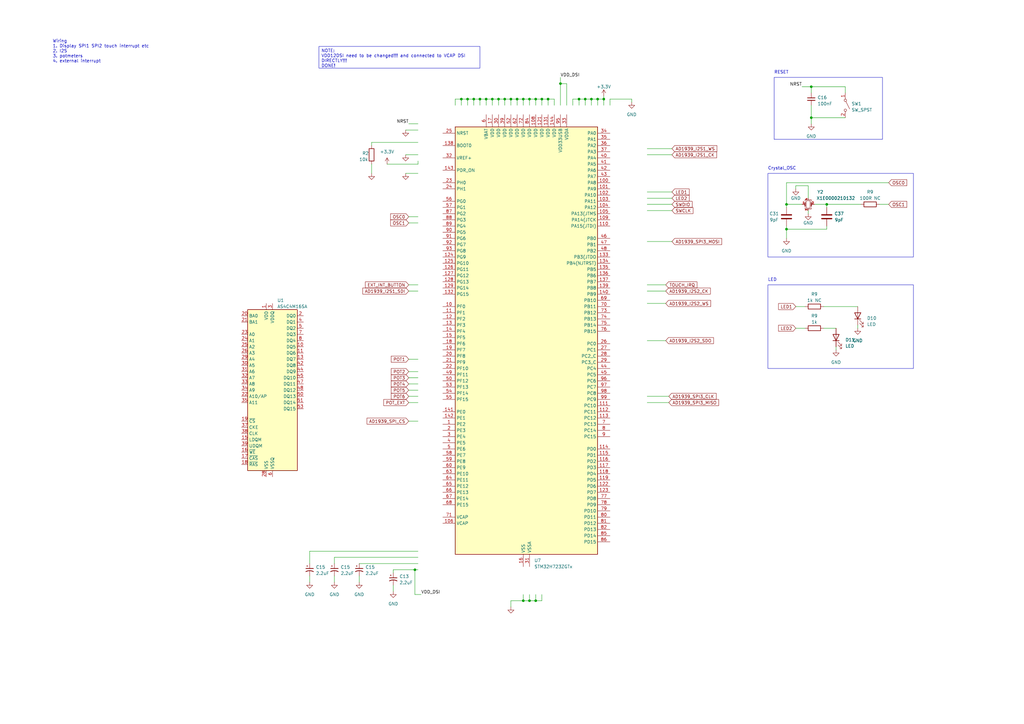
<source format=kicad_sch>
(kicad_sch (version 20230121) (generator eeschema)
  (paper "A3")
  (lib_symbols
    (symbol "Device:C" (pin_numbers hide) (pin_names (offset 0.254))
      (property "Reference" "C" (at 0.635 2.54 0))
      (property "Value" "C" (at 0.635 -2.54 0))
      (symbol "C_0_1"
        (polyline (pts (xy -2.032 -0.762) (xy 2.032 -0.762)) (stroke (width 0.508)))
        (polyline (pts (xy -2.032 0.762) (xy 2.032 0.762)) (stroke (width 0.508)))
      )
      (symbol "C_1_1"
        (pin passive line (at 0 3.81 270) (length 2.794) (name "~") (number "1"))
        (pin passive line (at 0 -3.81 90) (length 2.794) (name "~") (number "2"))
      )
    )
    (symbol "Device:C_Polarized_Small_US" (pin_numbers hide) (pin_names (offset 0.254) hide)
      (property "Reference" "C" (at 0.254 1.778 0))
      (property "Value" "C_Polarized_Small_US" (at 0.254 -2.032 0))
      (symbol "C_Polarized_Small_US_0_1"
        (polyline (pts (xy -1.524 0.508) (xy 1.524 0.508)) (stroke (width 0.3048)))
        (polyline (pts (xy -1.27 1.524) (xy -0.762 1.524)))
        (polyline (pts (xy -1.016 1.27) (xy -1.016 1.778)))
        (arc (start 1.524 -0.762) (mid 0 -0.3734) (end -1.524 -0.762) (stroke (width 0.3048)))
      )
      (symbol "C_Polarized_Small_US_1_1"
        (pin passive line (at 0 2.54 270) (length 2.032) (name "~") (number "1"))
        (pin passive line (at 0 -2.54 90) (length 2.032) (name "~") (number "2"))
      )
    )
    (symbol "Device:C_Small" (pin_numbers hide) (pin_names (offset 0.254) hide)
      (property "Reference" "C" (at 0.254 1.778 0))
      (property "Value" "C_Small" (at 0.254 -2.032 0))
      (symbol "C_Small_0_1"
        (polyline (pts (xy -1.524 -0.508) (xy 1.524 -0.508)) (stroke (width 0.3302)))
        (polyline (pts (xy -1.524 0.508) (xy 1.524 0.508)) (stroke (width 0.3048)))
      )
      (symbol "C_Small_1_1"
        (pin passive line (at 0 2.54 270) (length 2.032) (name "~") (number "1"))
        (pin passive line (at 0 -2.54 90) (length 2.032) (name "~") (number "2"))
      )
    )
    (symbol "Device:Crystal_GND24_Small" (pin_names (offset 1.016) hide)
      (property "Reference" "Y" (at 1.27 4.445 0))
      (property "Value" "Crystal_GND24_Small" (at 1.27 2.54 0))
      (symbol "Crystal_GND24_Small_0_1"
        (rectangle (start -0.762 -1.524) (end 0.762 1.524))
        (polyline (pts (xy -1.27 -0.762) (xy -1.27 0.762)) (stroke (width 0.381)))
        (polyline (pts (xy 1.27 -0.762) (xy 1.27 0.762)) (stroke (width 0.381)))
        (polyline (pts (xy -1.27 -1.27) (xy -1.27 -1.905) (xy 1.27 -1.905) (xy 1.27 -1.27)))
        (polyline (pts (xy -1.27 1.27) (xy -1.27 1.905) (xy 1.27 1.905) (xy 1.27 1.27)))
      )
      (symbol "Crystal_GND24_Small_1_1"
        (pin passive line (at -2.54 0 0) (length 1.27) (name "1") (number "1"))
        (pin passive line (at 0 -2.54 90) (length 0.635) (name "2") (number "2"))
        (pin passive line (at 2.54 0 180) (length 1.27) (name "3") (number "3"))
        (pin passive line (at 0 2.54 270) (length 0.635) (name "4") (number "4"))
      )
    )
    (symbol "Device:LED" (pin_numbers hide) (pin_names (offset 1.016) hide)
      (property "Reference" "D" (at 0 2.54 0))
      (property "Value" "LED" (at 0 -2.54 0))
      (symbol "LED_0_1"
        (polyline (pts (xy -1.27 -1.27) (xy -1.27 1.27)) (stroke (width 0.254)))
        (polyline (pts (xy -1.27 0) (xy 1.27 0)))
        (polyline (pts (xy 1.27 -1.27) (xy 1.27 1.27) (xy -1.27 0) (xy 1.27 -1.27)) (stroke (width 0.254)))
        (polyline (pts (xy -3.048 -0.762) (xy -4.572 -2.286) (xy -3.81 -2.286) (xy -4.572 -2.286) (xy -4.572 -1.524)))
        (polyline (pts (xy -1.778 -0.762) (xy -3.302 -2.286) (xy -2.54 -2.286) (xy -3.302 -2.286) (xy -3.302 -1.524)))
      )
      (symbol "LED_1_1"
        (pin passive line (at -3.81 0 0) (length 2.54) (name "K") (number "1"))
        (pin passive line (at 3.81 0 180) (length 2.54) (name "A") (number "2"))
      )
    )
    (symbol "Device:R" (pin_numbers hide) (pin_names (offset 0))
      (property "Reference" "R" (at 2.032 0 90))
      (property "Value" "R" (at 0 0 90))
      (symbol "R_0_1"
        (rectangle (start -1.016 -2.54) (end 1.016 2.54) (stroke (width 0.254)))
      )
      (symbol "R_1_1"
        (pin passive line (at 0 3.81 270) (length 1.27) (name "~") (number "1"))
        (pin passive line (at 0 -3.81 90) (length 1.27) (name "~") (number "2"))
      )
    )
    (symbol "MCU_ST_STM32H7:STM32H723ZGTx"
      (property "Reference" "U" (at -27.94 90.17 0))
      (property "Value" "STM32H723ZGTx" (at 20.32 90.17 0))
      (symbol "STM32H723ZGTx_0_1"
        (rectangle (start -27.94 -86.36) (end 30.48 88.9) (stroke (width 0.254)) (fill (type background)))
      )
      (symbol "STM32H723ZGTx_1_1"
        (pin bidirectional line (at -33.02 -33.02 0) (length 5.08) (name "PE2") (number "1"))
        (pin bidirectional line (at -33.02 15.24 0) (length 5.08) (name "PF0") (number "10"))
        (pin bidirectional line (at 35.56 66.04 180) (length 5.08) (name "PA8") (number "100"))
        (pin bidirectional line (at 35.56 63.5 180) (length 5.08) (name "PA9") (number "101"))
        (pin bidirectional line (at 35.56 60.96 180) (length 5.08) (name "PA10") (number "102"))
        (pin bidirectional line (at 35.56 58.42 180) (length 5.08) (name "PA11") (number "103"))
        (pin bidirectional line (at 35.56 55.88 180) (length 5.08) (name "PA12") (number "104"))
        (pin bidirectional line (at 35.56 53.34 180) (length 5.08) (name "PA13(JTMS") (number "105"))
        (pin power_out line (at -33.02 -73.66 0) (length 5.08) (name "VCAP") (number "106"))
        (pin passive line (at 0 -91.44 90) (length 5.08) hide (name "VSS") (number "107"))
        (pin power_in line (at 5.08 93.98 270) (length 5.08) (name "VDD") (number "108"))
        (pin bidirectional line (at 35.56 50.8 180) (length 5.08) (name "PA14(JTCK") (number "109"))
        (pin bidirectional line (at -33.02 12.7 0) (length 5.08) (name "PF1") (number "11"))
        (pin bidirectional line (at 35.56 48.26 180) (length 5.08) (name "PA15(JTDI)") (number "110"))
        (pin bidirectional line (at 35.56 -25.4 180) (length 5.08) (name "PC10") (number "111"))
        (pin bidirectional line (at 35.56 -27.94 180) (length 5.08) (name "PC11") (number "112"))
        (pin bidirectional line (at 35.56 -30.48 180) (length 5.08) (name "PC12") (number "113"))
        (pin bidirectional line (at 35.56 -43.18 180) (length 5.08) (name "PD0") (number "114"))
        (pin bidirectional line (at 35.56 -45.72 180) (length 5.08) (name "PD1") (number "115"))
        (pin bidirectional line (at 35.56 -48.26 180) (length 5.08) (name "PD2") (number "116"))
        (pin bidirectional line (at 35.56 -50.8 180) (length 5.08) (name "PD3") (number "117"))
        (pin bidirectional line (at 35.56 -53.34 180) (length 5.08) (name "PD4") (number "118"))
        (pin bidirectional line (at 35.56 -55.88 180) (length 5.08) (name "PD5") (number "119"))
        (pin bidirectional line (at -33.02 10.16 0) (length 5.08) (name "PF2") (number "12"))
        (pin passive line (at 0 -91.44 90) (length 5.08) hide (name "VSS") (number "120"))
        (pin power_in line (at 7.62 93.98 270) (length 5.08) (name "VDD") (number "121"))
        (pin bidirectional line (at 35.56 -58.42 180) (length 5.08) (name "PD6") (number "122"))
        (pin bidirectional line (at 35.56 -60.96 180) (length 5.08) (name "PD7") (number "123"))
        (pin bidirectional line (at -33.02 35.56 0) (length 5.08) (name "PG9") (number "124"))
        (pin bidirectional line (at -33.02 33.02 0) (length 5.08) (name "PG10") (number "125"))
        (pin bidirectional line (at -33.02 30.48 0) (length 5.08) (name "PG11") (number "126"))
        (pin bidirectional line (at -33.02 27.94 0) (length 5.08) (name "PG12") (number "127"))
        (pin bidirectional line (at -33.02 25.4 0) (length 5.08) (name "PG13") (number "128"))
        (pin bidirectional line (at -33.02 22.86 0) (length 5.08) (name "PG14") (number "129"))
        (pin bidirectional line (at -33.02 7.62 0) (length 5.08) (name "PF3") (number "13"))
        (pin passive line (at 0 -91.44 90) (length 5.08) hide (name "VSS") (number "130"))
        (pin power_in line (at 10.16 93.98 270) (length 5.08) (name "VDD") (number "131"))
        (pin bidirectional line (at -33.02 20.32 0) (length 5.08) (name "PG15") (number "132"))
        (pin bidirectional line (at 35.56 35.56 180) (length 5.08) (name "PB3(JTDO") (number "133"))
        (pin bidirectional line (at 35.56 33.02 180) (length 5.08) (name "PB4(NJTRST)") (number "134"))
        (pin bidirectional line (at 35.56 30.48 180) (length 5.08) (name "PB5") (number "135"))
        (pin bidirectional line (at 35.56 27.94 180) (length 5.08) (name "PB6") (number "136"))
        (pin bidirectional line (at 35.56 25.4 180) (length 5.08) (name "PB7") (number "137"))
        (pin input line (at -33.02 81.28 0) (length 5.08) (name "BOOT0") (number "138"))
        (pin bidirectional line (at 35.56 22.86 180) (length 5.08) (name "PB8") (number "139"))
        (pin bidirectional line (at -33.02 5.08 0) (length 5.08) (name "PF4") (number "14"))
        (pin bidirectional line (at 35.56 20.32 180) (length 5.08) (name "PB9") (number "140"))
        (pin bidirectional line (at -33.02 -27.94 0) (length 5.08) (name "PE0") (number "141"))
        (pin bidirectional line (at -33.02 -30.48 0) (length 5.08) (name "PE1") (number "142"))
        (pin input line (at -33.02 71.12 0) (length 5.08) (name "PDR_ON") (number "143"))
        (pin power_in line (at 12.7 93.98 270) (length 5.08) (name "VDD") (number "144"))
        (pin bidirectional line (at -33.02 2.54 0) (length 5.08) (name "PF5") (number "15"))
        (pin power_in line (at 0 -91.44 90) (length 5.08) (name "VSS") (number "16"))
        (pin power_in line (at -12.7 93.98 270) (length 5.08) (name "VDD") (number "17"))
        (pin bidirectional line (at -33.02 0 0) (length 5.08) (name "PF6") (number "18"))
        (pin bidirectional line (at -33.02 -2.54 0) (length 5.08) (name "PF7") (number "19"))
        (pin bidirectional line (at -33.02 -35.56 0) (length 5.08) (name "PE3") (number "2"))
        (pin bidirectional line (at -33.02 -5.08 0) (length 5.08) (name "PF8") (number "20"))
        (pin bidirectional line (at -33.02 -7.62 0) (length 5.08) (name "PF9") (number "21"))
        (pin bidirectional line (at -33.02 -10.16 0) (length 5.08) (name "PF10") (number "22"))
        (pin bidirectional line (at -33.02 66.04 0) (length 5.08) (name "PH0") (number "23"))
        (pin bidirectional line (at -33.02 63.5 0) (length 5.08) (name "PH1") (number "24"))
        (pin input line (at -33.02 86.36 0) (length 5.08) (name "NRST") (number "25"))
        (pin bidirectional line (at 35.56 0 180) (length 5.08) (name "PC0") (number "26"))
        (pin bidirectional line (at 35.56 -2.54 180) (length 5.08) (name "PC1") (number "27"))
        (pin bidirectional line (at 35.56 -5.08 180) (length 5.08) (name "PC2_C") (number "28"))
        (pin bidirectional line (at 35.56 -7.62 180) (length 5.08) (name "PC3_C") (number "29"))
        (pin bidirectional line (at -33.02 -38.1 0) (length 5.08) (name "PE4") (number "3"))
        (pin power_in line (at -10.16 93.98 270) (length 5.08) (name "VDD") (number "30"))
        (pin power_in line (at 2.54 -91.44 90) (length 5.08) (name "VSSA") (number "31"))
        (pin input line (at -33.02 76.2 0) (length 5.08) (name "VREF+") (number "32"))
        (pin power_in line (at 17.78 93.98 270) (length 5.08) (name "VDDA") (number "33"))
        (pin bidirectional line (at 35.56 86.36 180) (length 5.08) (name "PA0") (number "34"))
        (pin bidirectional line (at 35.56 83.82 180) (length 5.08) (name "PA1") (number "35"))
        (pin bidirectional line (at 35.56 81.28 180) (length 5.08) (name "PA2") (number "36"))
        (pin bidirectional line (at 35.56 78.74 180) (length 5.08) (name "PA3") (number "37"))
        (pin passive line (at 0 -91.44 90) (length 5.08) hide (name "VSS") (number "38"))
        (pin power_in line (at -7.62 93.98 270) (length 5.08) (name "VDD") (number "39"))
        (pin bidirectional line (at -33.02 -40.64 0) (length 5.08) (name "PE5") (number "4"))
        (pin bidirectional line (at 35.56 76.2 180) (length 5.08) (name "PA4") (number "40"))
        (pin bidirectional line (at 35.56 73.66 180) (length 5.08) (name "PA5") (number "41"))
        (pin bidirectional line (at 35.56 71.12 180) (length 5.08) (name "PA6") (number "42"))
        (pin bidirectional line (at 35.56 68.58 180) (length 5.08) (name "PA7") (number "43"))
        (pin bidirectional line (at 35.56 -10.16 180) (length 5.08) (name "PC4") (number "44"))
        (pin bidirectional line (at 35.56 -12.7 180) (length 5.08) (name "PC5") (number "45"))
        (pin bidirectional line (at 35.56 43.18 180) (length 5.08) (name "PB0") (number "46"))
        (pin bidirectional line (at 35.56 40.64 180) (length 5.08) (name "PB1") (number "47"))
        (pin bidirectional line (at 35.56 38.1 180) (length 5.08) (name "PB2") (number "48"))
        (pin bidirectional line (at -33.02 -12.7 0) (length 5.08) (name "PF11") (number "49"))
        (pin bidirectional line (at -33.02 -43.18 0) (length 5.08) (name "PE6") (number "5"))
        (pin bidirectional line (at -33.02 -15.24 0) (length 5.08) (name "PF12") (number "50"))
        (pin passive line (at 0 -91.44 90) (length 5.08) hide (name "VSS") (number "51"))
        (pin power_in line (at -5.08 93.98 270) (length 5.08) (name "VDD") (number "52"))
        (pin bidirectional line (at -33.02 -17.78 0) (length 5.08) (name "PF13") (number "53"))
        (pin bidirectional line (at -33.02 -20.32 0) (length 5.08) (name "PF14") (number "54"))
        (pin bidirectional line (at -33.02 -22.86 0) (length 5.08) (name "PF15") (number "55"))
        (pin bidirectional line (at -33.02 58.42 0) (length 5.08) (name "PG0") (number "56"))
        (pin bidirectional line (at -33.02 55.88 0) (length 5.08) (name "PG1") (number "57"))
        (pin bidirectional line (at -33.02 -45.72 0) (length 5.08) (name "PE7") (number "58"))
        (pin bidirectional line (at -33.02 -48.26 0) (length 5.08) (name "PE8") (number "59"))
        (pin power_in line (at -15.24 93.98 270) (length 5.08) (name "VBAT") (number "6"))
        (pin bidirectional line (at -33.02 -50.8 0) (length 5.08) (name "PE9") (number "60"))
        (pin passive line (at 0 -91.44 90) (length 5.08) hide (name "VSS") (number "61"))
        (pin power_in line (at -2.54 93.98 270) (length 5.08) (name "VDD") (number "62"))
        (pin bidirectional line (at -33.02 -53.34 0) (length 5.08) (name "PE10") (number "63"))
        (pin bidirectional line (at -33.02 -55.88 0) (length 5.08) (name "PE11") (number "64"))
        (pin bidirectional line (at -33.02 -58.42 0) (length 5.08) (name "PE12") (number "65"))
        (pin bidirectional line (at -33.02 -60.96 0) (length 5.08) (name "PE13") (number "66"))
        (pin bidirectional line (at -33.02 -63.5 0) (length 5.08) (name "PE14") (number "67"))
        (pin bidirectional line (at -33.02 -66.04 0) (length 5.08) (name "PE15") (number "68"))
        (pin bidirectional line (at 35.56 17.78 180) (length 5.08) (name "PB10") (number "69"))
        (pin bidirectional line (at 35.56 -33.02 180) (length 5.08) (name "PC13") (number "7"))
        (pin bidirectional line (at 35.56 15.24 180) (length 5.08) (name "PB11") (number "70"))
        (pin power_out line (at -33.02 -71.12 0) (length 5.08) (name "VCAP") (number "71"))
        (pin power_in line (at 0 93.98 270) (length 5.08) (name "VDD") (number "72"))
        (pin bidirectional line (at 35.56 12.7 180) (length 5.08) (name "PB12") (number "73"))
        (pin bidirectional line (at 35.56 10.16 180) (length 5.08) (name "PB13") (number "74"))
        (pin bidirectional line (at 35.56 7.62 180) (length 5.08) (name "PB14") (number "75"))
        (pin bidirectional line (at 35.56 5.08 180) (length 5.08) (name "PB15") (number "76"))
        (pin bidirectional line (at 35.56 -63.5 180) (length 5.08) (name "PD8") (number "77"))
        (pin bidirectional line (at 35.56 -66.04 180) (length 5.08) (name "PD9") (number "78"))
        (pin bidirectional line (at 35.56 -68.58 180) (length 5.08) (name "PD10") (number "79"))
        (pin bidirectional line (at 35.56 -35.56 180) (length 5.08) (name "PC14") (number "8"))
        (pin bidirectional line (at 35.56 -71.12 180) (length 5.08) (name "PD11") (number "80"))
        (pin bidirectional line (at 35.56 -73.66 180) (length 5.08) (name "PD12") (number "81"))
        (pin bidirectional line (at 35.56 -76.2 180) (length 5.08) (name "PD13") (number "82"))
        (pin passive line (at 0 -91.44 90) (length 5.08) hide (name "VSS") (number "83"))
        (pin power_in line (at 2.54 93.98 270) (length 5.08) (name "VDD") (number "84"))
        (pin bidirectional line (at 35.56 -78.74 180) (length 5.08) (name "PD14") (number "85"))
        (pin bidirectional line (at 35.56 -81.28 180) (length 5.08) (name "PD15") (number "86"))
        (pin bidirectional line (at -33.02 53.34 0) (length 5.08) (name "PG2") (number "87"))
        (pin bidirectional line (at -33.02 50.8 0) (length 5.08) (name "PG3") (number "88"))
        (pin bidirectional line (at -33.02 48.26 0) (length 5.08) (name "PG4") (number "89"))
        (pin bidirectional line (at 35.56 -38.1 180) (length 5.08) (name "PC15") (number "9"))
        (pin bidirectional line (at -33.02 45.72 0) (length 5.08) (name "PG5") (number "90"))
        (pin bidirectional line (at -33.02 43.18 0) (length 5.08) (name "PG6") (number "91"))
        (pin bidirectional line (at -33.02 40.64 0) (length 5.08) (name "PG7") (number "92"))
        (pin bidirectional line (at -33.02 38.1 0) (length 5.08) (name "PG8") (number "93"))
        (pin passive line (at 0 -91.44 90) (length 5.08) hide (name "VSS") (number "94"))
        (pin power_in line (at 15.24 93.98 270) (length 5.08) (name "VDD33USB") (number "95"))
        (pin bidirectional line (at 35.56 -15.24 180) (length 5.08) (name "PC6") (number "96"))
        (pin bidirectional line (at 35.56 -17.78 180) (length 5.08) (name "PC7") (number "97"))
        (pin bidirectional line (at 35.56 -20.32 180) (length 5.08) (name "PC8") (number "98"))
        (pin bidirectional line (at 35.56 -22.86 180) (length 5.08) (name "PC9") (number "99"))
      )
    )
    (symbol "Memory_RAM:AS4C4M16SA"
      (property "Reference" "U" (at -7.62 34.29 0))
      (property "Value" "AS4C4M16SA" (at 7.62 34.29 0))
      (symbol "AS4C4M16SA_0_1"
        (rectangle (start -10.16 33.02) (end 10.16 -33.02) (stroke (width 0.254)) (fill (type background)))
      )
      (symbol "AS4C4M16SA_1_1"
        (pin power_in line (at -2.54 35.56 270) (length 2.54) (name "VDD") (number "1"))
        (pin bidirectional line (at 12.7 17.78 180) (length 2.54) (name "DQ5") (number "10"))
        (pin bidirectional line (at 12.7 15.24 180) (length 2.54) (name "DQ6") (number "11"))
        (pin passive line (at 0 -35.56 90) (length 2.54) hide (name "VSSQ") (number "12"))
        (pin bidirectional line (at 12.7 12.7 180) (length 2.54) (name "DQ7") (number "13"))
        (pin passive line (at -2.54 35.56 270) (length 2.54) hide (name "VDD") (number "14"))
        (pin input line (at -12.7 -20.32 0) (length 2.54) (name "LDQM") (number "15"))
        (pin input line (at -12.7 -25.4 0) (length 2.54) (name "~{WE}") (number "16"))
        (pin input line (at -12.7 -27.94 0) (length 2.54) (name "~{CAS}") (number "17"))
        (pin input line (at -12.7 -30.48 0) (length 2.54) (name "~{RAS}") (number "18"))
        (pin input line (at -12.7 -12.7 0) (length 2.54) (name "~{CS}") (number "19"))
        (pin bidirectional line (at 12.7 30.48 180) (length 2.54) (name "DQ0") (number "2"))
        (pin input line (at -12.7 30.48 0) (length 2.54) (name "BA0") (number "20"))
        (pin input line (at -12.7 27.94 0) (length 2.54) (name "BA1") (number "21"))
        (pin input line (at -12.7 -2.54 0) (length 2.54) (name "A10/AP") (number "22"))
        (pin input line (at -12.7 22.86 0) (length 2.54) (name "A0") (number "23"))
        (pin input line (at -12.7 20.32 0) (length 2.54) (name "A1") (number "24"))
        (pin input line (at -12.7 17.78 0) (length 2.54) (name "A2") (number "25"))
        (pin input line (at -12.7 15.24 0) (length 2.54) (name "A3") (number "26"))
        (pin passive line (at -2.54 35.56 270) (length 2.54) hide (name "VDD") (number "27"))
        (pin power_in line (at -2.54 -35.56 90) (length 2.54) (name "VSS") (number "28"))
        (pin input line (at -12.7 12.7 0) (length 2.54) (name "A4") (number "29"))
        (pin power_in line (at 0 35.56 270) (length 2.54) (name "VDDQ") (number "3"))
        (pin input line (at -12.7 10.16 0) (length 2.54) (name "A5") (number "30"))
        (pin input line (at -12.7 7.62 0) (length 2.54) (name "A6") (number "31"))
        (pin input line (at -12.7 5.08 0) (length 2.54) (name "A7") (number "32"))
        (pin input line (at -12.7 2.54 0) (length 2.54) (name "A8") (number "33"))
        (pin input line (at -12.7 0 0) (length 2.54) (name "A9") (number "34"))
        (pin input line (at -12.7 -5.08 0) (length 2.54) (name "A11") (number "35"))
        (pin no_connect line (at 10.16 -17.78 180) (length 2.54) hide (name "NC") (number "36"))
        (pin input line (at -12.7 -15.24 0) (length 2.54) (name "CKE") (number "37"))
        (pin input line (at -12.7 -17.78 0) (length 2.54) (name "CLK") (number "38"))
        (pin input line (at -12.7 -22.86 0) (length 2.54) (name "UDQM") (number "39"))
        (pin bidirectional line (at 12.7 27.94 180) (length 2.54) (name "DQ1") (number "4"))
        (pin no_connect line (at 10.16 -20.32 180) (length 2.54) hide (name "NC/RFU") (number "40"))
        (pin passive line (at -2.54 -35.56 90) (length 2.54) hide (name "VSS") (number "41"))
        (pin bidirectional line (at 12.7 10.16 180) (length 2.54) (name "DQ8") (number "42"))
        (pin passive line (at 0 35.56 270) (length 2.54) hide (name "VDDQ") (number "43"))
        (pin bidirectional line (at 12.7 7.62 180) (length 2.54) (name "DQ9") (number "44"))
        (pin bidirectional line (at 12.7 5.08 180) (length 2.54) (name "DQ10") (number "45"))
        (pin passive line (at 0 -35.56 90) (length 2.54) hide (name "VSSQ") (number "46"))
        (pin bidirectional line (at 12.7 2.54 180) (length 2.54) (name "DQ11") (number "47"))
        (pin bidirectional line (at 12.7 0 180) (length 2.54) (name "DQ12") (number "48"))
        (pin passive line (at 0 35.56 270) (length 2.54) hide (name "VDDQ") (number "49"))
        (pin bidirectional line (at 12.7 25.4 180) (length 2.54) (name "DQ2") (number "5"))
        (pin bidirectional line (at 12.7 -2.54 180) (length 2.54) (name "DQ13") (number "50"))
        (pin bidirectional line (at 12.7 -5.08 180) (length 2.54) (name "DQ14") (number "51"))
        (pin passive line (at 0 -35.56 90) (length 2.54) hide (name "VSSQ") (number "52"))
        (pin bidirectional line (at 12.7 -7.62 180) (length 2.54) (name "DQ15") (number "53"))
        (pin passive line (at -2.54 -35.56 90) (length 2.54) hide (name "VSS") (number "54"))
        (pin power_in line (at 0 -35.56 90) (length 2.54) (name "VSSQ") (number "6"))
        (pin bidirectional line (at 12.7 22.86 180) (length 2.54) (name "DQ3") (number "7"))
        (pin bidirectional line (at 12.7 20.32 180) (length 2.54) (name "DQ4") (number "8"))
        (pin passive line (at 0 35.56 270) (length 2.54) hide (name "VDDQ") (number "9"))
      )
    )
    (symbol "Switch:SW_SPST" (pin_names (offset 0) hide)
      (property "Reference" "SW" (at 0 3.175 0))
      (property "Value" "SW_SPST" (at 0 -2.54 0))
      (symbol "SW_SPST_0_0"
        (circle (center -2.032 0) (radius 0.508))
        (polyline (pts (xy -1.524 0.254) (xy 1.524 1.778)))
        (circle (center 2.032 0) (radius 0.508))
      )
      (symbol "SW_SPST_1_1"
        (pin passive line (at -5.08 0 0) (length 2.54) (name "A") (number "1"))
        (pin passive line (at 5.08 0 180) (length 2.54) (name "B") (number "2"))
      )
    )
    (symbol "power:+3.3V" (power) (pin_names (offset 0))
      (property "Value" "+3.3V" (at 0 3.556 0))
      (symbol "+3.3V_0_1"
        (polyline (pts (xy -0.762 1.27) (xy 0 2.54)))
        (polyline (pts (xy 0 0) (xy 0 2.54)))
        (polyline (pts (xy 0 2.54) (xy 0.762 1.27)))
      )
      (symbol "+3.3V_1_1"
        (pin power_in line (at 0 0 90) (length 0) hide (name "+3.3V") (number "1"))
      )
    )
    (symbol "power:GND" (power) (pin_names (offset 0))
      (property "Value" "GND" (at 0 -3.81 0))
      (symbol "GND_0_1"
        (polyline (pts (xy 0 0) (xy 0 -1.27) (xy 1.27 -1.27) (xy 0 -2.54) (xy -1.27 -1.27) (xy 0 -1.27)))
      )
      (symbol "GND_1_1"
        (pin power_in line (at 0 0 270) (length 0) hide (name "GND") (number "1"))
      )
    )
  )
  (junction (at 189.23 40.64))
  (junction (at 322.58 93.98))
  (junction (at 170.18 233.68))
  (junction (at 209.55 40.64))
  (junction (at 196.85 40.64))
  (junction (at 214.63 40.64))
  (junction (at 242.57 40.64))
  (junction (at 219.71 40.64))
  (junction (at 191.77 40.64))
  (junction (at 217.17 40.64))
  (junction (at 207.01 40.64))
  (junction (at 229.87 34.29))
  (junction (at 217.17 246.38))
  (junction (at 219.71 246.38))
  (junction (at 237.49 40.64))
  (junction (at 222.25 40.64))
  (junction (at 212.09 40.64))
  (junction (at 204.47 40.64))
  (junction (at 201.93 40.64))
  (junction (at 194.31 40.64))
  (junction (at 199.39 40.64))
  (junction (at 214.63 246.38))
  (junction (at 322.58 83.82))
  (junction (at 339.09 83.82))
  (junction (at 224.79 40.64))
  (junction (at 332.74 35.56))
  (junction (at 245.11 40.64))
  (junction (at 240.03 40.64))
  (junction (at 332.74 48.26))
  (junction (at 247.65 40.64))
  (wire (pts (xy 166.37 53.34) (xy 171.45 53.34)))
  (wire (pts (xy 186.69 43.18) (xy 186.69 40.64)))
  (wire (pts (xy 259.08 40.64) (xy 259.08 41.91)))
  (wire (pts (xy 322.58 93.98) (xy 339.09 93.98)))
  (wire (pts (xy 167.64 50.8) (xy 171.45 50.8)))
  (wire (pts (xy 217.17 40.64) (xy 219.71 40.64)))
  (wire (pts (xy 265.43 124.46) (xy 273.05 124.46)))
  (wire (pts (xy 222.25 43.18) (xy 222.25 40.64)))
  (wire (pts (xy 166.37 71.12) (xy 171.45 71.12)))
  (wire (pts (xy 167.64 157.48) (xy 171.45 157.48)))
  (wire (pts (xy 247.65 43.18) (xy 247.65 40.64)))
  (wire (pts (xy 194.31 40.64) (xy 196.85 40.64)))
  (wire (pts (xy 265.43 78.74) (xy 275.59 78.74)))
  (wire (pts (xy 152.4 67.31) (xy 152.4 71.12)))
  (wire (pts (xy 219.71 43.18) (xy 219.71 40.64)))
  (wire (pts (xy 219.71 246.38) (xy 222.25 246.38)))
  (wire (pts (xy 127 226.06) (xy 171.45 226.06)))
  (wire (pts (xy 199.39 40.64) (xy 201.93 40.64)))
  (wire (pts (xy 326.39 125.73) (xy 330.2 125.73)))
  (wire (pts (xy 171.45 228.6) (xy 137.16 228.6)))
  (wire (pts (xy 152.4 58.42) (xy 171.45 58.42)))
  (wire (pts (xy 191.77 43.18) (xy 191.77 40.64)))
  (wire (pts (xy 214.63 246.38) (xy 214.63 243.84)))
  (wire (pts (xy 322.58 74.93) (xy 322.58 83.82)))
  (wire (pts (xy 207.01 40.64) (xy 209.55 40.64)))
  (wire (pts (xy 232.41 43.18) (xy 232.41 34.29)))
  (wire (pts (xy 224.79 43.18) (xy 224.79 40.64)))
  (wire (pts (xy 245.11 40.64) (xy 247.65 40.64)))
  (wire (pts (xy 217.17 246.38) (xy 219.71 246.38)))
  (wire (pts (xy 170.18 243.84) (xy 170.18 233.68)))
  (wire (pts (xy 209.55 40.64) (xy 212.09 40.64)))
  (wire (pts (xy 326.39 76.2) (xy 331.47 76.2)))
  (wire (pts (xy 207.01 43.18) (xy 207.01 40.64)))
  (wire (pts (xy 351.79 133.35) (xy 351.79 134.62)))
  (wire (pts (xy 332.74 43.18) (xy 332.74 48.26)))
  (wire (pts (xy 265.43 99.06) (xy 275.59 99.06)))
  (wire (pts (xy 326.39 77.47) (xy 326.39 76.2)))
  (wire (pts (xy 342.9 142.24) (xy 342.9 143.51)))
  (wire (pts (xy 167.64 152.4) (xy 171.45 152.4)))
  (wire (pts (xy 167.64 119.38) (xy 171.45 119.38)))
  (wire (pts (xy 209.55 43.18) (xy 209.55 40.64)))
  (wire (pts (xy 167.64 172.72) (xy 171.45 172.72)))
  (wire (pts (xy 127 231.14) (xy 127 226.06)))
  (wire (pts (xy 242.57 40.64) (xy 245.11 40.64)))
  (wire (pts (xy 250.19 40.64) (xy 259.08 40.64)))
  (wire (pts (xy 229.87 31.75) (xy 229.87 34.29)))
  (wire (pts (xy 172.72 243.84) (xy 170.18 243.84)))
  (wire (pts (xy 265.43 86.36) (xy 275.59 86.36)))
  (wire (pts (xy 204.47 40.64) (xy 207.01 40.64)))
  (wire (pts (xy 332.74 35.56) (xy 332.74 38.1)))
  (wire (pts (xy 127 236.22) (xy 127 238.76)))
  (wire (pts (xy 147.32 231.14) (xy 171.45 231.14)))
  (wire (pts (xy 167.64 88.9) (xy 171.45 88.9)))
  (wire (pts (xy 167.64 154.94) (xy 171.45 154.94)))
  (wire (pts (xy 170.18 233.68) (xy 171.45 233.68)))
  (wire (pts (xy 222.25 246.38) (xy 222.25 243.84)))
  (wire (pts (xy 166.37 63.5) (xy 171.45 63.5)))
  (wire (pts (xy 167.64 165.1) (xy 171.45 165.1)))
  (wire (pts (xy 360.68 83.82) (xy 364.49 83.82)))
  (wire (pts (xy 161.29 240.03) (xy 161.29 242.57)))
  (wire (pts (xy 212.09 43.18) (xy 212.09 40.64)))
  (wire (pts (xy 265.43 60.96) (xy 275.59 60.96)))
  (wire (pts (xy 240.03 40.64) (xy 242.57 40.64)))
  (wire (pts (xy 337.82 125.73) (xy 351.79 125.73)))
  (wire (pts (xy 204.47 43.18) (xy 204.47 40.64)))
  (wire (pts (xy 332.74 35.56) (xy 346.71 35.56)))
  (wire (pts (xy 237.49 43.18) (xy 237.49 40.64)))
  (wire (pts (xy 186.69 40.64) (xy 189.23 40.64)))
  (wire (pts (xy 229.87 43.18) (xy 229.87 34.29)))
  (wire (pts (xy 217.17 246.38) (xy 217.17 243.84)))
  (wire (pts (xy 265.43 81.28) (xy 275.59 81.28)))
  (wire (pts (xy 152.4 59.69) (xy 152.4 58.42)))
  (wire (pts (xy 322.58 74.93) (xy 364.49 74.93)))
  (wire (pts (xy 209.55 246.38) (xy 214.63 246.38)))
  (wire (pts (xy 161.29 233.68) (xy 170.18 233.68)))
  (wire (pts (xy 137.16 236.22) (xy 137.16 238.76)))
  (wire (pts (xy 328.93 35.56) (xy 332.74 35.56)))
  (wire (pts (xy 322.58 83.82) (xy 328.93 83.82)))
  (wire (pts (xy 214.63 43.18) (xy 214.63 40.64)))
  (wire (pts (xy 167.64 91.44) (xy 171.45 91.44)))
  (wire (pts (xy 137.16 228.6) (xy 137.16 231.14)))
  (wire (pts (xy 219.71 246.38) (xy 219.71 243.84)))
  (wire (pts (xy 265.43 83.82) (xy 275.59 83.82)))
  (wire (pts (xy 339.09 92.71) (xy 339.09 93.98)))
  (wire (pts (xy 265.43 116.84) (xy 273.05 116.84)))
  (wire (pts (xy 247.65 39.37) (xy 247.65 40.64)))
  (wire (pts (xy 196.85 43.18) (xy 196.85 40.64)))
  (wire (pts (xy 201.93 43.18) (xy 201.93 40.64)))
  (wire (pts (xy 250.19 43.18) (xy 250.19 40.64)))
  (wire (pts (xy 167.64 116.84) (xy 171.45 116.84)))
  (wire (pts (xy 339.09 85.09) (xy 339.09 83.82)))
  (wire (pts (xy 232.41 34.29) (xy 229.87 34.29)))
  (wire (pts (xy 245.11 43.18) (xy 245.11 40.64)))
  (wire (pts (xy 331.47 76.2) (xy 331.47 81.28)))
  (wire (pts (xy 242.57 43.18) (xy 242.57 40.64)))
  (wire (pts (xy 189.23 40.64) (xy 191.77 40.64)))
  (wire (pts (xy 219.71 40.64) (xy 222.25 40.64)))
  (wire (pts (xy 265.43 63.5) (xy 275.59 63.5)))
  (wire (pts (xy 265.43 165.1) (xy 274.32 165.1)))
  (wire (pts (xy 191.77 40.64) (xy 194.31 40.64)))
  (wire (pts (xy 214.63 40.64) (xy 217.17 40.64)))
  (wire (pts (xy 171.45 67.31) (xy 171.45 66.04)))
  (wire (pts (xy 217.17 43.18) (xy 217.17 40.64)))
  (wire (pts (xy 214.63 246.38) (xy 217.17 246.38)))
  (wire (pts (xy 334.01 83.82) (xy 339.09 83.82)))
  (wire (pts (xy 265.43 139.7) (xy 273.05 139.7)))
  (wire (pts (xy 158.75 67.31) (xy 171.45 67.31)))
  (wire (pts (xy 196.85 40.64) (xy 199.39 40.64)))
  (wire (pts (xy 331.47 86.36) (xy 331.47 87.63)))
  (wire (pts (xy 322.58 83.82) (xy 322.58 85.09)))
  (wire (pts (xy 265.43 162.56) (xy 274.32 162.56)))
  (wire (pts (xy 234.95 43.18) (xy 234.95 40.64)))
  (wire (pts (xy 332.74 48.26) (xy 332.74 50.8)))
  (wire (pts (xy 322.58 92.71) (xy 322.58 93.98)))
  (wire (pts (xy 326.39 134.62) (xy 330.2 134.62)))
  (wire (pts (xy 199.39 43.18) (xy 199.39 40.64)))
  (wire (pts (xy 167.64 162.56) (xy 171.45 162.56)))
  (wire (pts (xy 339.09 83.82) (xy 353.06 83.82)))
  (wire (pts (xy 212.09 40.64) (xy 214.63 40.64)))
  (wire (pts (xy 167.64 147.32) (xy 171.45 147.32)))
  (wire (pts (xy 346.71 38.1) (xy 346.71 35.56)))
  (wire (pts (xy 167.64 160.02) (xy 171.45 160.02)))
  (wire (pts (xy 222.25 40.64) (xy 224.79 40.64)))
  (wire (pts (xy 161.29 234.95) (xy 161.29 233.68)))
  (wire (pts (xy 209.55 246.38) (xy 209.55 248.92)))
  (wire (pts (xy 265.43 119.38) (xy 273.05 119.38)))
  (wire (pts (xy 201.93 40.64) (xy 204.47 40.64)))
  (wire (pts (xy 322.58 93.98) (xy 322.58 97.79)))
  (wire (pts (xy 237.49 40.64) (xy 240.03 40.64)))
  (wire (pts (xy 189.23 43.18) (xy 189.23 40.64)))
  (wire (pts (xy 147.32 236.22) (xy 147.32 238.76)))
  (wire (pts (xy 224.79 40.64) (xy 227.33 40.64)))
  (wire (pts (xy 227.33 43.18) (xy 227.33 40.64)))
  (wire (pts (xy 194.31 43.18) (xy 194.31 40.64)))
  (wire (pts (xy 240.03 43.18) (xy 240.03 40.64)))
  (wire (pts (xy 332.74 48.26) (xy 346.71 48.26)))
  (wire (pts (xy 337.82 134.62) (xy 342.9 134.62)))
  (wire (pts (xy 234.95 40.64) (xy 237.49 40.64)))
  (rectangle (start 314.96 116.84) (end 374.65 151.13))
  (rectangle (start 317.5 31.75) (end 361.95 57.15))
  (rectangle (start 314.96 71.12) (end 374.65 105.41))
  (text_box "NOTE:\nVDD12DSI need to be changed!!! and connected to VCAP DSI DIRECTLY!!!\nDONE!\n" (at 130.81 19.05 0) (size 66.04 8.89) (effects (font (size 1.27 1.27)) (justify left top)))
  (text "RESET\n" (at 317.5 30.48 0) (effects (font (size 1.27 1.27)) (justify left bottom)))
  (text "Crystal_OSC" (at 314.96 69.85 0) (effects (font (size 1.27 1.27)) (justify left bottom)))
  (text "LED" (at 314.96 115.57 0) (effects (font (size 1.27 1.27)) (justify left bottom)))
  (text "Wiring\n1. Display SPI1 SPI2 touch interrupt etc\n2. I2S\n3. potmeters\n4. external interrupt\n\n" (at 21.59 27.94 0) (effects (font (size 1.27 1.27)) (justify left bottom)))
  (label "NRST" (at 167.64 50.8 180))
  (label "VDD_DSI" (at 172.72 243.84 0))
  (label "NRST" (at 328.93 35.56 180))
  (label "VDD_DSI" (at 229.87 31.75 0))
  (global_label "OSC0" (shape input) (at 364.49 74.93 0) (property "Intersheetrefs" "${INTERSHEET_REFS}" (effects hide)))
  (global_label "POT5" (shape input) (at 167.64 160.02 180) (property "Intersheetrefs" "${INTERSHEET_REFS}" (effects hide)))
  (global_label "OSC1" (shape input) (at 167.64 91.44 180) (property "Intersheetrefs" "${INTERSHEET_REFS}" (effects hide)))
  (global_label "AD1939_I2S1_CK" (shape input) (at 275.59 63.5 0) (property "Intersheetrefs" "${INTERSHEET_REFS}" (effects hide)))
  (global_label "LED2" (shape input) (at 326.39 134.62 180) (property "Intersheetrefs" "${INTERSHEET_REFS}" (effects hide)))
  (global_label "POT1" (shape input) (at 167.64 147.32 180) (property "Intersheetrefs" "${INTERSHEET_REFS}" (effects hide)))
  (global_label "LED1" (shape input) (at 275.59 78.74 0) (property "Intersheetrefs" "${INTERSHEET_REFS}" (effects hide)))
  (global_label "AD1939_I2S2_CK" (shape input) (at 273.05 119.38 0) (property "Intersheetrefs" "${INTERSHEET_REFS}" (effects hide)))
  (global_label "AD1939_SPI3_CLK" (shape input) (at 274.32 162.56 0) (property "Intersheetrefs" "${INTERSHEET_REFS}" (effects hide)))
  (global_label "AD1939_SPI_CS" (shape input) (at 167.64 172.72 180) (property "Intersheetrefs" "${INTERSHEET_REFS}" (effects hide)))
  (global_label "POT4" (shape input) (at 167.64 157.48 180) (property "Intersheetrefs" "${INTERSHEET_REFS}" (effects hide)))
  (global_label "AD1939_I2S2_SDO" (shape input) (at 273.05 139.7 0) (property "Intersheetrefs" "${INTERSHEET_REFS}" (effects hide)))
  (global_label "LED1" (shape input) (at 326.39 125.73 180) (property "Intersheetrefs" "${INTERSHEET_REFS}" (effects hide)))
  (global_label "EXT_INT_BUTTON" (shape input) (at 167.64 116.84 180) (property "Intersheetrefs" "${INTERSHEET_REFS}" (effects hide)))
  (global_label "AD1939_I2S1_SDI" (shape input) (at 167.64 119.38 180) (property "Intersheetrefs" "${INTERSHEET_REFS}" (effects hide)))
  (global_label "TOUCH_IRQ" (shape input) (at 273.05 116.84 0) (property "Intersheetrefs" "${INTERSHEET_REFS}" (effects hide)))
  (global_label "LED2" (shape input) (at 275.59 81.28 0) (property "Intersheetrefs" "${INTERSHEET_REFS}" (effects hide)))
  (global_label "AD1939_SPI3_MISO" (shape input) (at 274.32 165.1 0) (property "Intersheetrefs" "${INTERSHEET_REFS}" (effects hide)))
  (global_label "POT_EXT" (shape input) (at 167.64 165.1 180) (property "Intersheetrefs" "${INTERSHEET_REFS}" (effects hide)))
  (global_label "AD1939_I2S2_WS" (shape input) (at 273.05 124.46 0) (property "Intersheetrefs" "${INTERSHEET_REFS}" (effects hide)))
  (global_label "POT3" (shape input) (at 167.64 154.94 180) (property "Intersheetrefs" "${INTERSHEET_REFS}" (effects hide)))
  (global_label "AD1939_I2S1_WS" (shape input) (at 275.59 60.96 0) (property "Intersheetrefs" "${INTERSHEET_REFS}" (effects hide)))
  (global_label "POT6" (shape input) (at 167.64 162.56 180) (property "Intersheetrefs" "${INTERSHEET_REFS}" (effects hide)))
  (global_label "AD1939_SPI3_MOSI" (shape input) (at 275.59 99.06 0) (property "Intersheetrefs" "${INTERSHEET_REFS}" (effects hide)))
  (global_label "SWCLK" (shape input) (at 275.59 86.36 0) (property "Intersheetrefs" "${INTERSHEET_REFS}" (effects hide)))
  (global_label "SWDIO" (shape input) (at 275.59 83.82 0) (property "Intersheetrefs" "${INTERSHEET_REFS}" (effects hide)))
  (global_label "POT2" (shape input) (at 167.64 152.4 180) (property "Intersheetrefs" "${INTERSHEET_REFS}" (effects hide)))
  (global_label "OSC0" (shape input) (at 167.64 88.9 180) (property "Intersheetrefs" "${INTERSHEET_REFS}" (effects hide)))
  (global_label "OSC1" (shape input) (at 364.49 83.82 0) (property "Intersheetrefs" "${INTERSHEET_REFS}" (effects hide)))
  (symbol (lib_id "power:GND") (at 166.37 71.12 0) (unit 1)
    (property "Reference" "#PWR010" (effects hide))
    (property "Value" "GND" (effects hide))
    (instances (project "stm_audio_board_V3" (path "" (reference "#PWR010") (unit 1)) (path "" (reference "#PWR068") (unit 1))))
  )
  (symbol (lib_id "power:GND") (at 166.37 63.5 0) (unit 1)
    (property "Reference" "#PWR010" (effects hide))
    (property "Value" "GND" (effects hide))
    (instances (project "stm_audio_board_V3" (path "" (reference "#PWR010") (unit 1)) (path "" (reference "#PWR063") (unit 1))))
  )
  (symbol (lib_id "Device:C_Polarized_Small_US") (at 147.32 233.68 0) (unit 1)
    (property "Reference" "C15" (at 149.86 232.6132 0) (effects (justify left)))
    (property "Value" "2.2uF" (at 149.86 235.1532 0) (effects (justify left)))
    (property "Footprint" "Capacitor_SMD:C_0805_2012Metric_Pad1.18x1.45mm_HandSolder" (effects hide))
    (instances (project "stm_audio_board_V3" (path "" (reference "C15") (unit 1)) (path "" (reference "C52") (unit 1))))
  )
  (symbol (lib_id "Device:C") (at 322.58 88.9 180) (unit 1)
    (property "Reference" "C31" (at 317.5 87.63 0))
    (property "Value" "9pF" (at 317.5 90.17 0))
    (property "Footprint" "Capacitor_SMD:C_0603_1608Metric_Pad1.08x0.95mm_HandSolder" (effects hide))
  )
  (symbol (lib_id "Device:LED") (at 351.79 129.54 90) (unit 1)
    (property "Reference" "D10" (at 355.6 130.4925 90) (effects (justify right)))
    (property "Value" "LED" (at 355.6 133.0325 90) (effects (justify right)))
    (property "Footprint" "LED_SMD:LED_0603_1608Metric_Pad1.05x0.95mm_HandSolder" (effects hide))
  )
  (symbol (lib_id "power:+3.3V") (at 247.65 39.37 0) (unit 1)
    (property "Reference" "#PWR081" (effects hide))
    (property "Value" "+3.3V" (at 247.65 35.56 0))
    (instances (project "stm_audio_board_V3" (path "" (reference "#PWR081") (unit 1)) (path "" (reference "#PWR03") (unit 1))))
  )
  (symbol (lib_id "power:GND") (at 322.58 97.79 0) (unit 1)
    (property "Reference" "#PWR019" (effects hide))
    (property "Value" "GND" (at 322.58 102.87 0))
    (instances (project "stm_audio_board_V3" (path "" (reference "#PWR019") (unit 1)) (path "" (reference "#PWR07") (unit 1))))
  )
  (symbol (lib_id "Device:C_Polarized_Small_US") (at 161.29 237.49 0) (unit 1)
    (property "Reference" "C13" (at 163.83 236.4232 0) (effects (justify left)))
    (property "Value" "2.2uF" (at 163.83 238.9632 0) (effects (justify left)))
    (property "Footprint" "Capacitor_SMD:C_0805_2012Metric_Pad1.18x1.45mm_HandSolder" (effects hide))
    (instances (project "stm_audio_board_V3" (path "" (reference "C13") (unit 1)) (path "" (reference "C2") (unit 1))))
  )
  (symbol (lib_id "power:GND") (at 166.37 53.34 0) (unit 1)
    (property "Reference" "#PWR010" (effects hide))
    (property "Value" "GND" (effects hide))
    (instances (project "stm_audio_board_V3" (path "" (reference "#PWR010") (unit 1)) (path "" (reference "#PWR072") (unit 1))))
  )
  (symbol (lib_id "power:GND") (at 342.9 143.51 0) (unit 1)
    (property "Reference" "#PWR019" (effects hide))
    (property "Value" "GND" (at 342.9 148.59 0))
    (instances (project "stm_audio_board_V3" (path "" (reference "#PWR019") (unit 1)) (path "" (reference "#PWR089") (unit 1))))
  )
  (symbol (lib_id "power:GND") (at 161.29 242.57 0) (unit 1)
    (property "Reference" "#PWR07" (effects hide))
    (property "Value" "GND" (at 161.29 247.65 0))
    (instances (project "stm_audio_board_V3" (path "" (reference "#PWR07") (unit 1)) (path "" (reference "#PWR085") (unit 1))))
  )
  (symbol (lib_id "Device:Crystal_GND24_Small") (at 331.47 83.82 0) (unit 1)
    (property "Reference" "Y2" (at 336.4483 78.74 0))
    (property "Value" "X1E0000210132" (at 342.7983 81.28 0))
    (property "Footprint" "Crystal:Crystal_SMD_SeikoEpson_TSX3225-4Pin_3.2x2.5mm_HandSoldering" (effects hide))
  )
  (symbol (lib_id "power:GND") (at 209.55 248.92 0) (unit 1)
    (property "Reference" "#PWR010" (effects hide))
    (property "Value" "GND" (effects hide))
    (instances (project "stm_audio_board_V3" (path "" (reference "#PWR010") (unit 1)) (path "" (reference "#PWR081") (unit 1))))
  )
  (symbol (lib_id "Device:C_Polarized_Small_US") (at 127 233.68 0) (unit 1)
    (property "Reference" "C15" (at 129.54 232.6132 0) (effects (justify left)))
    (property "Value" "2.2uF" (at 129.54 235.1532 0) (effects (justify left)))
    (property "Footprint" "Capacitor_SMD:C_0805_2012Metric_Pad1.18x1.45mm_HandSolder" (effects hide))
    (instances (project "stm_audio_board_V3" (path "" (reference "C15") (unit 1)) (path "" (reference "C1") (unit 1))))
  )
  (symbol (lib_id "Device:LED") (at 342.9 138.43 90) (unit 1)
    (property "Reference" "D11" (at 346.71 139.3825 90) (effects (justify right)))
    (property "Value" "LED" (at 346.71 141.9225 90) (effects (justify right)))
    (property "Footprint" "LED_SMD:LED_0603_1608Metric_Pad1.05x0.95mm_HandSolder" (effects hide))
  )
  (symbol (lib_id "Device:C_Small") (at 332.74 40.64 0) (unit 1)
    (property "Reference" "C16" (at 335.28 40.0113 0) (effects (justify left)))
    (property "Value" "100nF " (at 335.28 42.5513 0) (effects (justify left)))
    (property "Footprint" "Capacitor_SMD:C_0603_1608Metric_Pad1.08x0.95mm_HandSolder" (effects hide))
  )
  (symbol (lib_id "Device:R") (at 334.01 134.62 270) (unit 1)
    (property "Reference" "R9" (at 334.01 129.54 90))
    (property "Value" "1k" (at 334.01 132.08 90))
    (property "Footprint" "Resistor_SMD:R_0603_1608Metric_Pad0.98x0.95mm_HandSolder" (effects hide))
    (instances (project "stm_audio_board_V3" (path "" (reference "R9") (unit 1)) (path "" (reference "R9") (unit 1)) (path "" (reference "R25") (unit 1))))
  )
  (symbol (lib_id "power:GND") (at 331.47 87.63 0) (unit 1)
    (property "Reference" "#PWR036" (effects hide))
    (property "Value" "GND" (at 331.47 91.44 0))
    (instances (project "stm_audio_board_V3" (path "" (reference "#PWR036") (unit 1)) (path "" (reference "#PWR026") (unit 1))))
  )
  (symbol (lib_id "power:GND") (at 137.16 238.76 0) (unit 1)
    (property "Reference" "#PWR08" (effects hide))
    (property "Value" "GND" (at 137.16 243.84 0))
    (instances (project "stm_audio_board_V3" (path "" (reference "#PWR08") (unit 1)) (path "" (reference "#PWR042") (unit 1))))
  )
  (symbol (lib_id "power:GND") (at 152.4 71.12 0) (unit 1)
    (property "Reference" "#PWR010" (effects hide))
    (property "Value" "GND" (effects hide))
    (instances (project "stm_audio_board_V3" (path "" (reference "#PWR010") (unit 1)) (path "" (reference "#PWR022") (unit 1))))
  )
  (symbol (lib_id "Device:C") (at 339.09 88.9 180) (unit 1)
    (property "Reference" "C37" (at 344.17 87.63 0))
    (property "Value" "9pF" (at 344.17 90.17 0))
    (property "Footprint" "Capacitor_SMD:C_0603_1608Metric_Pad1.08x0.95mm_HandSolder" (effects hide))
  )
  (symbol (lib_id "power:+3.3V") (at 158.75 67.31 0) (unit 1)
    (property "Reference" "#PWR081" (effects hide))
    (property "Value" "+3.3V" (at 158.75 62.23 0))
    (instances (project "stm_audio_board_V3" (path "" (reference "#PWR081") (unit 1)) (path "" (reference "#PWR039") (unit 1))))
  )
  (symbol (lib_id "Switch:SW_SPST") (at 346.71 43.18 270) (unit 1)
    (property "Reference" "SW1" (at 349.25 42.545 90) (effects (justify left)))
    (property "Value" "SW_SPST" (at 349.25 45.085 90) (effects (justify left)))
    (property "Footprint" "Button_Switch_SMD:SW_SPST_TL3305A" (effects hide))
  )
  (symbol (lib_id "power:GND") (at 147.32 238.76 0) (unit 1)
    (property "Reference" "#PWR08" (effects hide))
    (property "Value" "GND" (at 147.32 243.84 0))
    (instances (project "stm_audio_board_V3" (path "" (reference "#PWR08") (unit 1)) (path "" (reference "#PWR049") (unit 1))))
  )
  (symbol (lib_id "power:GND") (at 351.79 134.62 0) (unit 1)
    (property "Reference" "#PWR019" (effects hide))
    (property "Value" "GND" (at 351.79 139.7 0))
    (instances (project "stm_audio_board_V3" (path "" (reference "#PWR019") (unit 1)) (path "" (reference "#PWR096") (unit 1))))
  )
  (symbol (lib_id "MCU_ST_STM32H7:STM32H723ZGTx") (at 214.63 140.97 0) (unit 1)
    (property "Reference" "U7" (at 219.1259 229.87 0) (effects (justify left)))
    (property "Value" "STM32H723ZGTx" (at 219.1259 232.41 0) (effects (justify left)))
    (property "Footprint" "Package_QFP:LQFP-144_20x20mm_P0.5mm" (effects hide))
    (property "Datasheet" "https://www.st.com/resource/en/datasheet/stm32h723zg.pdf" (effects hide))
  )
  (symbol (lib_id "power:GND") (at 259.08 41.91 0) (unit 1)
    (property "Reference" "#PWR09" (effects hide))
    (property "Value" "GND" (at 259.08 46.99 0))
    (instances (project "stm_audio_board_V3" (path "" (reference "#PWR09") (unit 1)) (path "" (reference "#PWR017") (unit 1))))
  )
  (symbol (lib_id "Memory_RAM:AS4C4M16SA") (at 111.76 160.02 0) (unit 1)
    (property "Reference" "U1" (at 113.7159 123.19 0) (effects (justify left)))
    (property "Value" "AS4C4M16SA" (at 113.7159 125.73 0) (effects (justify left)))
    (property "Footprint" "Package_SO:TSOP-II-54_22.2x10.16mm_P0.8mm" (effects hide))
    (property "Datasheet" "https://www.alliancememory.com/wp-content/uploads/pdf/dram/64M-AS4C4M16SA-CI_v3.0_March%202015.pdf" (effects hide))
  )
  (symbol (lib_id "Device:R") (at 356.87 83.82 270) (unit 1)
    (property "Reference" "R9" (at 356.87 78.74 90))
    (property "Value" "100R NC" (at 356.87 81.28 90))
    (property "Footprint" "Resistor_SMD:R_0603_1608Metric_Pad0.98x0.95mm_HandSolder" (effects hide))
    (instances (project "stm_audio_board_V3" (path "" (reference "R9") (unit 1)) (path "" (reference "R9") (unit 1)) (path "" (reference "R2") (unit 1))))
  )
  (symbol (lib_id "Device:R") (at 152.4 63.5 0) (unit 1)
    (property "Reference" "R2" (at 148.59 62.865 0) (effects (justify left)))
    (property "Value" "10k" (at 147.32 65.405 0) (effects (justify left)))
    (property "Footprint" "Resistor_SMD:R_0805_2012Metric_Pad1.20x1.40mm_HandSolder" (effects hide))
    (instances (project "stm_audio_board_V3" (path "" (reference "R2") (unit 1)) (path "" (reference "R1") (unit 1))))
  )
  (symbol (lib_id "power:GND") (at 326.39 77.47 0) (unit 1)
    (property "Reference" "#PWR055" (effects hide))
    (property "Value" "GND" (at 326.39 81.28 0))
    (instances (project "stm_audio_board_V3" (path "" (reference "#PWR055") (unit 1)) (path "" (reference "#PWR010") (unit 1))))
  )
  (symbol (lib_id "Device:C_Polarized_Small_US") (at 137.16 233.68 0) (unit 1)
    (property "Reference" "C15" (at 139.7 232.6132 0) (effects (justify left)))
    (property "Value" "2.2uF" (at 139.7 235.1532 0) (effects (justify left)))
    (property "Footprint" "Capacitor_SMD:C_0805_2012Metric_Pad1.18x1.45mm_HandSolder" (effects hide))
    (instances (project "stm_audio_board_V3" (path "" (reference "C15") (unit 1)) (path "" (reference "C49") (unit 1))))
  )
  (symbol (lib_id "Device:R") (at 334.01 125.73 270) (unit 1)
    (property "Reference" "R9" (at 334.01 120.65 90))
    (property "Value" "1k NC" (at 334.01 123.19 90))
    (property "Footprint" "Resistor_SMD:R_0603_1608Metric_Pad0.98x0.95mm_HandSolder" (effects hide))
    (instances (project "stm_audio_board_V3" (path "" (reference "R9") (unit 1)) (path "" (reference "R9") (unit 1)) (path "" (reference "R12") (unit 1))))
  )
  (symbol (lib_id "power:GND") (at 332.74 50.8 0) (unit 1)
    (property "Reference" "#PWR09" (effects hide))
    (property "Value" "GND" (at 332.74 55.88 0))
  )
  (symbol (lib_id "power:GND") (at 127 238.76 0) (unit 1)
    (property "Reference" "#PWR08" (effects hide))
    (property "Value" "GND" (at 127 243.84 0))
    (instances (project "stm_audio_board_V3" (path "" (reference "#PWR08") (unit 1)) (path "" (reference "#PWR083") (unit 1))))
  )
)
</source>
